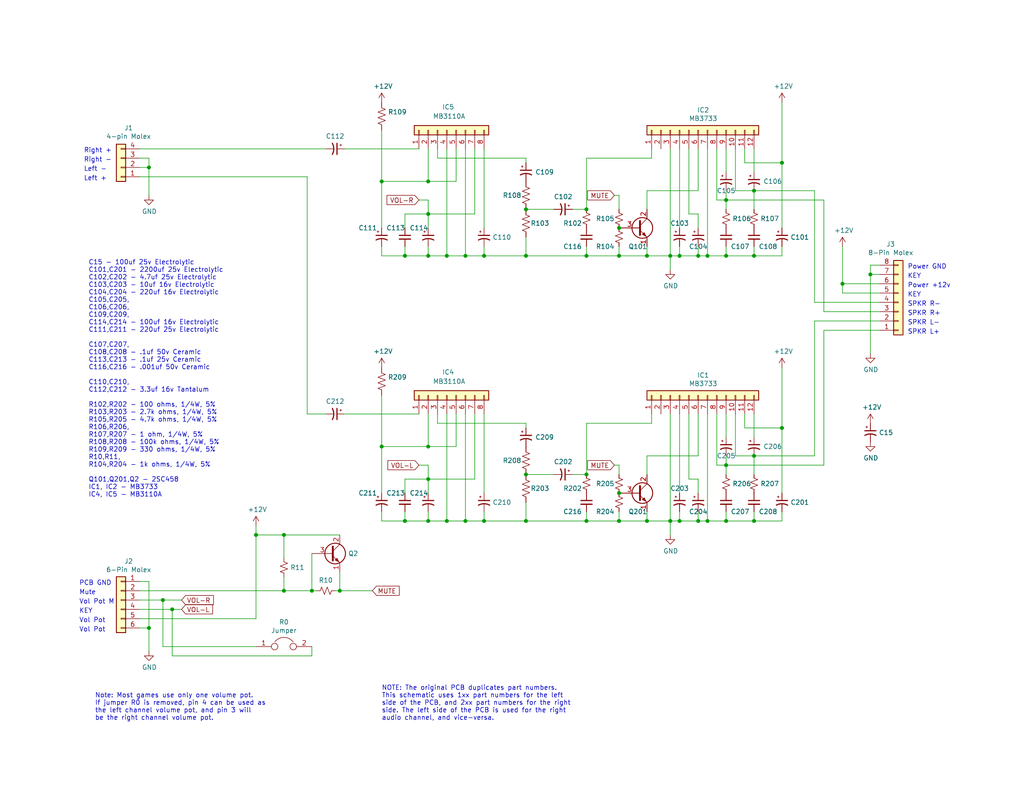
<source format=kicad_sch>
(kicad_sch (version 20231120) (generator "eeschema") (generator_version "8.0")
  (paper "USLetter")
  (title_block (title "Sega 839-0035 Amplifier") (date "2025-01-25") (rev "1.2") (company "Marc Deslauriers"))
  (lib_symbols
    (symbol "Connector_Generic:Conn_01x04" (pin_names (offset 1.016) hide)
      (property "Reference" "J" (at 0 5.08 0))
      (property "Value" "Conn_01x04" (at 0 -7.62 0))
      (symbol "Conn_01x04_1_1"
        (rectangle (start -1.27 -4.953) (end 0 -5.207) (stroke (width 0.1524)))
        (rectangle (start -1.27 -2.413) (end 0 -2.667) (stroke (width 0.1524)))
        (rectangle (start -1.27 0.127) (end 0 -0.127) (stroke (width 0.1524)))
        (rectangle (start -1.27 2.667) (end 0 2.413) (stroke (width 0.1524)))
        (rectangle (start -1.27 3.81) (end 1.27 -6.35) (stroke (width 0.254)) (fill (type background)))
        (pin passive line (at -5.08 2.54 0) (length 3.81) (name "Pin_1") (number "1"))
        (pin passive line (at -5.08 0 0) (length 3.81) (name "Pin_2") (number "2"))
        (pin passive line (at -5.08 -2.54 0) (length 3.81) (name "Pin_3") (number "3"))
        (pin passive line (at -5.08 -5.08 0) (length 3.81) (name "Pin_4") (number "4"))
      )
    )
    (symbol "Connector_Generic:Conn_01x06" (pin_names (offset 1.016) hide)
      (property "Reference" "J" (at 0 7.62 0))
      (property "Value" "Conn_01x06" (at 0 -10.16 0))
      (symbol "Conn_01x06_1_1"
        (rectangle (start -1.27 -7.493) (end 0 -7.747) (stroke (width 0.1524)))
        (rectangle (start -1.27 -4.953) (end 0 -5.207) (stroke (width 0.1524)))
        (rectangle (start -1.27 -2.413) (end 0 -2.667) (stroke (width 0.1524)))
        (rectangle (start -1.27 0.127) (end 0 -0.127) (stroke (width 0.1524)))
        (rectangle (start -1.27 2.667) (end 0 2.413) (stroke (width 0.1524)))
        (rectangle (start -1.27 5.207) (end 0 4.953) (stroke (width 0.1524)))
        (rectangle (start -1.27 6.35) (end 1.27 -8.89) (stroke (width 0.254)) (fill (type background)))
        (pin passive line (at -5.08 5.08 0) (length 3.81) (name "Pin_1") (number "1"))
        (pin passive line (at -5.08 2.54 0) (length 3.81) (name "Pin_2") (number "2"))
        (pin passive line (at -5.08 0 0) (length 3.81) (name "Pin_3") (number "3"))
        (pin passive line (at -5.08 -2.54 0) (length 3.81) (name "Pin_4") (number "4"))
        (pin passive line (at -5.08 -5.08 0) (length 3.81) (name "Pin_5") (number "5"))
        (pin passive line (at -5.08 -7.62 0) (length 3.81) (name "Pin_6") (number "6"))
      )
    )
    (symbol "Connector_Generic:Conn_01x08" (pin_names (offset 1.016) hide)
      (property "Reference" "J" (at 0 10.16 0))
      (property "Value" "Conn_01x08" (at 0 -12.7 0))
      (symbol "Conn_01x08_1_1"
        (rectangle (start -1.27 -10.033) (end 0 -10.287) (stroke (width 0.1524)))
        (rectangle (start -1.27 -7.493) (end 0 -7.747) (stroke (width 0.1524)))
        (rectangle (start -1.27 -4.953) (end 0 -5.207) (stroke (width 0.1524)))
        (rectangle (start -1.27 -2.413) (end 0 -2.667) (stroke (width 0.1524)))
        (rectangle (start -1.27 0.127) (end 0 -0.127) (stroke (width 0.1524)))
        (rectangle (start -1.27 2.667) (end 0 2.413) (stroke (width 0.1524)))
        (rectangle (start -1.27 5.207) (end 0 4.953) (stroke (width 0.1524)))
        (rectangle (start -1.27 7.747) (end 0 7.493) (stroke (width 0.1524)))
        (rectangle (start -1.27 8.89) (end 1.27 -11.43) (stroke (width 0.254)) (fill (type background)))
        (pin passive line (at -5.08 7.62 0) (length 3.81) (name "Pin_1") (number "1"))
        (pin passive line (at -5.08 5.08 0) (length 3.81) (name "Pin_2") (number "2"))
        (pin passive line (at -5.08 2.54 0) (length 3.81) (name "Pin_3") (number "3"))
        (pin passive line (at -5.08 0 0) (length 3.81) (name "Pin_4") (number "4"))
        (pin passive line (at -5.08 -2.54 0) (length 3.81) (name "Pin_5") (number "5"))
        (pin passive line (at -5.08 -5.08 0) (length 3.81) (name "Pin_6") (number "6"))
        (pin passive line (at -5.08 -7.62 0) (length 3.81) (name "Pin_7") (number "7"))
        (pin passive line (at -5.08 -10.16 0) (length 3.81) (name "Pin_8") (number "8"))
      )
    )
    (symbol "Connector_Generic:Conn_01x12" (pin_names (offset 1.016) hide)
      (property "Reference" "J" (at 0 15.24 0))
      (property "Value" "Conn_01x12" (at 0 -17.78 0))
      (symbol "Conn_01x12_1_1"
        (rectangle (start -1.27 -15.113) (end 0 -15.367) (stroke (width 0.1524)))
        (rectangle (start -1.27 -12.573) (end 0 -12.827) (stroke (width 0.1524)))
        (rectangle (start -1.27 -10.033) (end 0 -10.287) (stroke (width 0.1524)))
        (rectangle (start -1.27 -7.493) (end 0 -7.747) (stroke (width 0.1524)))
        (rectangle (start -1.27 -4.953) (end 0 -5.207) (stroke (width 0.1524)))
        (rectangle (start -1.27 -2.413) (end 0 -2.667) (stroke (width 0.1524)))
        (rectangle (start -1.27 0.127) (end 0 -0.127) (stroke (width 0.1524)))
        (rectangle (start -1.27 2.667) (end 0 2.413) (stroke (width 0.1524)))
        (rectangle (start -1.27 5.207) (end 0 4.953) (stroke (width 0.1524)))
        (rectangle (start -1.27 7.747) (end 0 7.493) (stroke (width 0.1524)))
        (rectangle (start -1.27 10.287) (end 0 10.033) (stroke (width 0.1524)))
        (rectangle (start -1.27 12.827) (end 0 12.573) (stroke (width 0.1524)))
        (rectangle (start -1.27 13.97) (end 1.27 -16.51) (stroke (width 0.254)) (fill (type background)))
        (pin passive line (at -5.08 12.7 0) (length 3.81) (name "Pin_1") (number "1"))
        (pin passive line (at -5.08 -10.16 0) (length 3.81) (name "Pin_10") (number "10"))
        (pin passive line (at -5.08 -12.7 0) (length 3.81) (name "Pin_11") (number "11"))
        (pin passive line (at -5.08 -15.24 0) (length 3.81) (name "Pin_12") (number "12"))
        (pin passive line (at -5.08 10.16 0) (length 3.81) (name "Pin_2") (number "2"))
        (pin passive line (at -5.08 7.62 0) (length 3.81) (name "Pin_3") (number "3"))
        (pin passive line (at -5.08 5.08 0) (length 3.81) (name "Pin_4") (number "4"))
        (pin passive line (at -5.08 2.54 0) (length 3.81) (name "Pin_5") (number "5"))
        (pin passive line (at -5.08 0 0) (length 3.81) (name "Pin_6") (number "6"))
        (pin passive line (at -5.08 -2.54 0) (length 3.81) (name "Pin_7") (number "7"))
        (pin passive line (at -5.08 -5.08 0) (length 3.81) (name "Pin_8") (number "8"))
        (pin passive line (at -5.08 -7.62 0) (length 3.81) (name "Pin_9") (number "9"))
      )
    )
    (symbol "Device:C_Small" (pin_numbers hide) (pin_names (offset 0.254) hide)
      (property "Reference" "C" (at 0.254 1.778 0))
      (property "Value" "C_Small" (at 0.254 -2.032 0))
      (symbol "C_Small_0_1"
        (polyline (pts (xy -1.524 -0.508) (xy 1.524 -0.508)) (stroke (width 0.3302)))
        (polyline (pts (xy -1.524 0.508) (xy 1.524 0.508)) (stroke (width 0.3048)))
      )
      (symbol "C_Small_1_1"
        (pin passive line (at 0 2.54 270) (length 2.032) (name "~") (number "1"))
        (pin passive line (at 0 -2.54 90) (length 2.032) (name "~") (number "2"))
      )
    )
    (symbol "Device:Q_NPN_ECB" (pin_names (offset 0) hide)
      (property "Reference" "Q" (at 5.08 1.27 0))
      (property "Value" "Q_NPN_ECB" (at 5.08 -1.27 0))
      (symbol "Q_NPN_ECB_0_1"
        (polyline (pts (xy 0.635 0.635) (xy 2.54 2.54)))
        (polyline (pts (xy 0.635 -0.635) (xy 2.54 -2.54) (xy 2.54 -2.54)))
        (polyline (pts (xy 0.635 1.905) (xy 0.635 -1.905) (xy 0.635 -1.905)) (stroke (width 0.508)))
        (polyline (pts (xy 1.27 -1.778) (xy 1.778 -1.27) (xy 2.286 -2.286) (xy 1.27 -1.778) (xy 1.27 -1.778)) (fill (type outline)))
        (circle (center 1.27 0) (radius 2.8194) (stroke (width 0.254)))
      )
      (symbol "Q_NPN_ECB_1_1"
        (pin passive line (at 2.54 -5.08 90) (length 2.54) (name "E") (number "1"))
        (pin passive line (at 2.54 5.08 270) (length 2.54) (name "C") (number "2"))
        (pin passive line (at -5.08 0 0) (length 5.715) (name "B") (number "3"))
      )
    )
    (symbol "Device:R_Small_US" (pin_numbers hide) (pin_names (offset 0.254) hide)
      (property "Reference" "R" (at 0.762 0.508 0))
      (property "Value" "R_Small_US" (at 0.762 -1.016 0))
      (symbol "R_Small_US_1_1"
        (polyline (pts (xy 0 0) (xy 1.016 -0.381) (xy 0 -0.762) (xy -1.016 -1.143) (xy 0 -1.524)))
        (polyline (pts (xy 0 1.524) (xy 1.016 1.143) (xy 0 0.762) (xy -1.016 0.381) (xy 0 0)))
        (pin passive line (at 0 2.54 270) (length 1.016) (name "~") (number "1"))
        (pin passive line (at 0 -2.54 90) (length 1.016) (name "~") (number "2"))
      )
    )
    (symbol "Device:R_US" (pin_numbers hide) (pin_names (offset 0))
      (property "Reference" "R" (at 2.54 0 90))
      (property "Value" "R_US" (at -2.54 0 90))
      (symbol "R_US_0_1"
        (polyline (pts (xy 0 -2.286) (xy 0 -2.54)))
        (polyline (pts (xy 0 2.286) (xy 0 2.54)))
        (polyline (pts (xy 0 -0.762) (xy 1.016 -1.143) (xy 0 -1.524) (xy -1.016 -1.905) (xy 0 -2.286)))
        (polyline (pts (xy 0 0.762) (xy 1.016 0.381) (xy 0 0) (xy -1.016 -0.381) (xy 0 -0.762)))
        (polyline (pts (xy 0 2.286) (xy 1.016 1.905) (xy 0 1.524) (xy -1.016 1.143) (xy 0 0.762)))
      )
      (symbol "R_US_1_1"
        (pin passive line (at 0 3.81 270) (length 1.27) (name "~") (number "1"))
        (pin passive line (at 0 -3.81 90) (length 1.27) (name "~") (number "2"))
      )
    )
    (symbol "sega-839-0035-amp-rescue:+12V-power" (power) (pin_names (offset 0))
      (property "Value" "power_+12V" (at 0 3.556 0))
      (symbol "+12V-power_0_1"
        (polyline (pts (xy -0.762 1.27) (xy 0 2.54)))
        (polyline (pts (xy 0 0) (xy 0 2.54)))
        (polyline (pts (xy 0 2.54) (xy 0.762 1.27)))
      )
      (symbol "+12V-power_1_1"
        (pin power_in line (at 0 0 90) (length 0) hide (name "+12V") (number "1"))
      )
    )
    (symbol "sega-839-0035-amp-rescue:CP1_Small-Device" (pin_numbers hide) (pin_names (offset 0.254) hide)
      (property "Reference" "C" (at 0.254 1.778 0))
      (property "Value" "Device_CP1_Small" (at 0.254 -2.032 0))
      (symbol "CP1_Small-Device_0_1"
        (polyline (pts (xy -1.524 0.508) (xy 1.524 0.508)) (stroke (width 0.3048)))
        (polyline (pts (xy -1.27 1.524) (xy -0.762 1.524)))
        (polyline (pts (xy -1.016 1.27) (xy -1.016 1.778)))
        (arc (start 1.524 -0.762) (mid 0 -0.3734) (end -1.524 -0.762) (stroke (width 0.3048)))
      )
      (symbol "CP1_Small-Device_1_1"
        (pin passive line (at 0 2.54 270) (length 2.032) (name "~") (number "1"))
        (pin passive line (at 0 -2.54 90) (length 2.032) (name "~") (number "2"))
      )
    )
    (symbol "sega-839-0035-amp-rescue:GND-power" (power) (pin_names (offset 0))
      (property "Value" "power_GND" (at 0 -3.81 0))
      (symbol "GND-power_0_1"
        (polyline (pts (xy 0 0) (xy 0 -1.27) (xy 1.27 -1.27) (xy 0 -2.54) (xy -1.27 -1.27) (xy 0 -1.27)))
      )
      (symbol "GND-power_1_1"
        (pin power_in line (at 0 0 270) (length 0) hide (name "GND") (number "1"))
      )
    )
    (symbol "sega-839-0035-amp-rescue:Jumper-Device" (pin_names (offset 0.762) hide)
      (property "Reference" "JP" (at 0 3.81 0))
      (property "Value" "Device_Jumper" (at 0 -2.032 0))
      (symbol "Jumper-Device_0_1"
        (circle (center -2.54 0) (radius 0.889))
        (arc (start 2.5146 1.27) (mid 0.0078 2.5097) (end -2.4892 1.27))
        (circle (center 2.54 0) (radius 0.889))
        (pin passive line (at -7.62 0 0) (length 4.191) (name "1") (number "1"))
        (pin passive line (at 7.62 0 180) (length 4.191) (name "2") (number "2"))
      )
    )
  )
  (junction (at 213.36 44.45))
  (junction (at 116.84 130.81))
  (junction (at 185.42 69.85))
  (junction (at 127 142.24))
  (junction (at 198.12 69.85))
  (junction (at 185.42 142.24))
  (junction (at 127 69.85))
  (junction (at 132.08 142.24))
  (junction (at 205.74 52.07))
  (junction (at 168.91 142.24))
  (junction (at 176.53 69.85))
  (junction (at 44.45 163.83))
  (junction (at 160.02 129.54))
  (junction (at 198.12 127))
  (junction (at 182.88 142.24))
  (junction (at 205.74 124.46))
  (junction (at 190.5 69.85))
  (junction (at 143.51 142.24))
  (junction (at 237.49 74.93))
  (junction (at 143.51 69.85))
  (junction (at 168.91 134.62))
  (junction (at 121.92 69.85))
  (junction (at 85.09 161.29))
  (junction (at 116.84 69.85))
  (junction (at 69.85 146.05))
  (junction (at 193.04 142.24))
  (junction (at 176.53 142.24))
  (junction (at 46.99 166.37))
  (junction (at 190.5 142.24))
  (junction (at 116.84 49.53))
  (junction (at 77.47 161.29))
  (junction (at 213.36 116.84))
  (junction (at 116.84 58.42))
  (junction (at 121.92 142.24))
  (junction (at 116.84 121.92))
  (junction (at 160.02 142.24))
  (junction (at 40.64 45.72))
  (junction (at 182.88 69.85))
  (junction (at 77.47 146.05))
  (junction (at 198.12 142.24))
  (junction (at 143.51 57.15))
  (junction (at 229.87 77.47))
  (junction (at 168.91 69.85))
  (junction (at 193.04 69.85))
  (junction (at 132.08 69.85))
  (junction (at 40.64 171.45))
  (junction (at 198.12 54.61))
  (junction (at 205.74 69.85))
  (junction (at 110.49 69.85))
  (junction (at 143.51 129.54))
  (junction (at 168.91 62.23))
  (junction (at 160.02 69.85))
  (junction (at 104.14 121.92))
  (junction (at 110.49 142.24))
  (junction (at 116.84 142.24))
  (junction (at 104.14 49.53))
  (junction (at 205.74 142.24))
  (junction (at 160.02 57.15))
  (junction (at 92.71 161.29))
  (wire (pts (xy 198.12 40.64) (xy 198.12 46.99)))
  (wire (pts (xy 119.38 40.64) (xy 119.38 43.18)))
  (wire (pts (xy 38.1 158.75) (xy 40.64 158.75)))
  (wire (pts (xy 213.36 139.7) (xy 213.36 142.24)))
  (wire (pts (xy 203.2 44.45) (xy 213.36 44.45)))
  (wire (pts (xy 92.71 161.29) (xy 91.44 161.29)))
  (wire (pts (xy 40.64 171.45) (xy 40.64 177.8)))
  (wire (pts (xy 110.49 130.81) (xy 116.84 130.81)))
  (wire (pts (xy 132.08 67.31) (xy 132.08 69.85)))
  (wire (pts (xy 222.25 52.07) (xy 222.25 82.55)))
  (wire (pts (xy 190.5 113.03) (xy 190.5 124.46)))
  (wire (pts (xy 185.42 113.03) (xy 185.42 134.62)))
  (wire (pts (xy 83.82 48.26) (xy 83.82 113.03)))
  (wire (pts (xy 116.84 130.81) (xy 129.54 130.81)))
  (wire (pts (xy 143.51 57.15) (xy 151.13 57.15)))
  (wire (pts (xy 119.38 43.18) (xy 143.51 43.18)))
  (wire (pts (xy 116.84 69.85) (xy 121.92 69.85)))
  (wire (pts (xy 205.74 142.24) (xy 198.12 142.24)))
  (wire (pts (xy 44.45 176.53) (xy 69.85 176.53)))
  (wire (pts (xy 190.5 58.42) (xy 190.5 62.23)))
  (wire (pts (xy 213.36 100.33) (xy 213.36 116.84)))
  (wire (pts (xy 177.8 43.18) (xy 160.02 43.18)))
  (wire (pts (xy 85.09 179.07) (xy 85.09 176.53)))
  (wire (pts (xy 213.36 67.31) (xy 213.36 69.85)))
  (wire (pts (xy 205.74 52.07) (xy 222.25 52.07)))
  (wire (pts (xy 160.02 139.7) (xy 160.02 142.24)))
  (wire (pts (xy 224.79 85.09) (xy 240.03 85.09)))
  (wire (pts (xy 104.14 35.56) (xy 104.14 49.53)))
  (wire (pts (xy 229.87 77.47) (xy 229.87 67.31)))
  (wire (pts (xy 92.71 161.29) (xy 101.6 161.29)))
  (wire (pts (xy 40.64 45.72) (xy 38.1 45.72)))
  (wire (pts (xy 213.36 44.45) (xy 213.36 62.23)))
  (wire (pts (xy 38.1 40.64) (xy 88.9 40.64)))
  (wire (pts (xy 132.08 40.64) (xy 132.08 62.23)))
  (wire (pts (xy 205.74 139.7) (xy 205.74 142.24)))
  (wire (pts (xy 49.53 166.37) (xy 46.99 166.37)))
  (wire (pts (xy 195.58 127) (xy 198.12 127)))
  (wire (pts (xy 46.99 179.07) (xy 85.09 179.07)))
  (wire (pts (xy 240.03 72.39) (xy 237.49 72.39)))
  (wire (pts (xy 116.84 67.31) (xy 116.84 69.85)))
  (wire (pts (xy 198.12 139.7) (xy 198.12 142.24)))
  (wire (pts (xy 168.91 69.85) (xy 176.53 69.85)))
  (wire (pts (xy 127 113.03) (xy 127 142.24)))
  (wire (pts (xy 156.21 129.54) (xy 160.02 129.54)))
  (wire (pts (xy 93.98 113.03) (xy 114.3 113.03)))
  (wire (pts (xy 185.42 67.31) (xy 185.42 69.85)))
  (wire (pts (xy 85.09 161.29) (xy 86.36 161.29)))
  (wire (pts (xy 198.12 142.24) (xy 193.04 142.24)))
  (wire (pts (xy 143.51 129.54) (xy 151.13 129.54)))
  (wire (pts (xy 119.38 115.57) (xy 143.51 115.57)))
  (wire (pts (xy 168.91 129.54) (xy 168.91 127)))
  (wire (pts (xy 177.8 113.03) (xy 177.8 115.57)))
  (wire (pts (xy 240.03 74.93) (xy 237.49 74.93)))
  (wire (pts (xy 127 69.85) (xy 132.08 69.85)))
  (wire (pts (xy 200.66 52.07) (xy 205.74 52.07)))
  (wire (pts (xy 205.74 69.85) (xy 198.12 69.85)))
  (wire (pts (xy 190.5 40.64) (xy 190.5 52.07)))
  (wire (pts (xy 176.53 129.54) (xy 176.53 124.46)))
  (wire (pts (xy 69.85 143.51) (xy 69.85 146.05)))
  (wire (pts (xy 110.49 139.7) (xy 110.49 142.24)))
  (wire (pts (xy 44.45 163.83) (xy 38.1 163.83)))
  (wire (pts (xy 38.1 168.91) (xy 69.85 168.91)))
  (wire (pts (xy 193.04 40.64) (xy 193.04 69.85)))
  (wire (pts (xy 187.96 130.81) (xy 187.96 113.03)))
  (wire (pts (xy 121.92 113.03) (xy 121.92 142.24)))
  (wire (pts (xy 190.5 58.42) (xy 187.96 58.42)))
  (wire (pts (xy 143.51 137.16) (xy 143.51 142.24)))
  (wire (pts (xy 110.49 134.62) (xy 110.49 130.81)))
  (wire (pts (xy 195.58 54.61) (xy 198.12 54.61)))
  (wire (pts (xy 185.42 139.7) (xy 185.42 142.24)))
  (wire (pts (xy 104.14 121.92) (xy 104.14 134.62)))
  (wire (pts (xy 104.14 69.85) (xy 104.14 67.31)))
  (wire (pts (xy 182.88 142.24) (xy 185.42 142.24)))
  (wire (pts (xy 160.02 67.31) (xy 160.02 69.85)))
  (wire (pts (xy 110.49 62.23) (xy 110.49 58.42)))
  (wire (pts (xy 193.04 113.03) (xy 193.04 142.24)))
  (wire (pts (xy 114.3 127) (xy 116.84 127)))
  (wire (pts (xy 116.84 121.92) (xy 104.14 121.92)))
  (wire (pts (xy 40.64 45.72) (xy 40.64 53.34)))
  (wire (pts (xy 203.2 40.64) (xy 203.2 44.45)))
  (wire (pts (xy 176.53 57.15) (xy 176.53 52.07)))
  (wire (pts (xy 119.38 113.03) (xy 119.38 115.57)))
  (wire (pts (xy 193.04 69.85) (xy 190.5 69.85)))
  (wire (pts (xy 124.46 121.92) (xy 116.84 121.92)))
  (wire (pts (xy 168.91 57.15) (xy 168.91 53.34)))
  (wire (pts (xy 156.21 57.15) (xy 160.02 57.15)))
  (wire (pts (xy 182.88 113.03) (xy 182.88 142.24)))
  (wire (pts (xy 177.8 40.64) (xy 177.8 43.18)))
  (wire (pts (xy 185.42 40.64) (xy 185.42 62.23)))
  (wire (pts (xy 168.91 142.24) (xy 176.53 142.24)))
  (wire (pts (xy 160.02 69.85) (xy 168.91 69.85)))
  (wire (pts (xy 222.25 82.55) (xy 240.03 82.55)))
  (wire (pts (xy 116.84 134.62) (xy 116.84 130.81)))
  (wire (pts (xy 160.02 142.24) (xy 168.91 142.24)))
  (wire (pts (xy 77.47 157.48) (xy 77.47 161.29)))
  (wire (pts (xy 116.84 58.42) (xy 129.54 58.42)))
  (wire (pts (xy 182.88 142.24) (xy 182.88 146.05)))
  (wire (pts (xy 46.99 166.37) (xy 38.1 166.37)))
  (wire (pts (xy 127 40.64) (xy 127 69.85)))
  (wire (pts (xy 224.79 90.17) (xy 240.03 90.17)))
  (wire (pts (xy 176.53 139.7) (xy 176.53 142.24)))
  (wire (pts (xy 77.47 161.29) (xy 85.09 161.29)))
  (wire (pts (xy 121.92 142.24) (xy 127 142.24)))
  (wire (pts (xy 93.98 40.64) (xy 114.3 40.64)))
  (wire (pts (xy 168.91 139.7) (xy 168.91 142.24)))
  (wire (pts (xy 132.08 139.7) (xy 132.08 142.24)))
  (wire (pts (xy 213.36 116.84) (xy 213.36 134.62)))
  (wire (pts (xy 124.46 113.03) (xy 124.46 121.92)))
  (wire (pts (xy 190.5 142.24) (xy 185.42 142.24)))
  (wire (pts (xy 124.46 49.53) (xy 116.84 49.53)))
  (wire (pts (xy 38.1 43.18) (xy 40.64 43.18)))
  (wire (pts (xy 224.79 54.61) (xy 224.79 85.09)))
  (wire (pts (xy 205.74 113.03) (xy 205.74 119.38)))
  (wire (pts (xy 182.88 40.64) (xy 182.88 69.85)))
  (wire (pts (xy 205.74 52.07) (xy 205.74 57.15)))
  (wire (pts (xy 190.5 130.81) (xy 187.96 130.81)))
  (wire (pts (xy 200.66 113.03) (xy 200.66 124.46)))
  (wire (pts (xy 200.66 40.64) (xy 200.66 52.07)))
  (wire (pts (xy 203.2 113.03) (xy 203.2 116.84)))
  (wire (pts (xy 198.12 54.61) (xy 224.79 54.61)))
  (wire (pts (xy 143.51 64.77) (xy 143.51 69.85)))
  (wire (pts (xy 116.84 113.03) (xy 116.84 121.92)))
  (wire (pts (xy 195.58 113.03) (xy 195.58 127)))
  (wire (pts (xy 160.02 115.57) (xy 160.02 129.54)))
  (wire (pts (xy 193.04 142.24) (xy 190.5 142.24)))
  (wire (pts (xy 85.09 161.29) (xy 85.09 151.13)))
  (wire (pts (xy 124.46 40.64) (xy 124.46 49.53)))
  (wire (pts (xy 143.51 115.57) (xy 143.51 116.84)))
  (wire (pts (xy 222.25 87.63) (xy 240.03 87.63)))
  (wire (pts (xy 198.12 54.61) (xy 198.12 57.15)))
  (wire (pts (xy 104.14 107.95) (xy 104.14 121.92)))
  (wire (pts (xy 198.12 67.31) (xy 198.12 69.85)))
  (wire (pts (xy 46.99 166.37) (xy 46.99 179.07)))
  (wire (pts (xy 104.14 49.53) (xy 104.14 62.23)))
  (wire (pts (xy 168.91 67.31) (xy 168.91 69.85)))
  (wire (pts (xy 182.88 69.85) (xy 182.88 73.66)))
  (wire (pts (xy 237.49 74.93) (xy 237.49 96.52)))
  (wire (pts (xy 38.1 171.45) (xy 40.64 171.45)))
  (wire (pts (xy 110.49 58.42) (xy 116.84 58.42)))
  (wire (pts (xy 190.5 67.31) (xy 190.5 69.85)))
  (wire (pts (xy 38.1 48.26) (xy 83.82 48.26)))
  (wire (pts (xy 116.84 139.7) (xy 116.84 142.24)))
  (wire (pts (xy 200.66 124.46) (xy 205.74 124.46)))
  (wire (pts (xy 114.3 54.61) (xy 116.84 54.61)))
  (wire (pts (xy 213.36 27.94) (xy 213.36 44.45)))
  (wire (pts (xy 129.54 113.03) (xy 129.54 130.81)))
  (wire (pts (xy 240.03 77.47) (xy 229.87 77.47)))
  (wire (pts (xy 116.84 142.24) (xy 121.92 142.24)))
  (wire (pts (xy 116.84 127) (xy 116.84 130.81)))
  (wire (pts (xy 190.5 139.7) (xy 190.5 142.24)))
  (wire (pts (xy 69.85 146.05) (xy 69.85 168.91)))
  (wire (pts (xy 176.53 67.31) (xy 176.53 69.85)))
  (wire (pts (xy 44.45 163.83) (xy 44.45 176.53)))
  (wire (pts (xy 213.36 142.24) (xy 205.74 142.24)))
  (wire (pts (xy 116.84 40.64) (xy 116.84 49.53)))
  (wire (pts (xy 168.91 127) (xy 167.64 127)))
  (wire (pts (xy 229.87 80.01) (xy 229.87 77.47)))
  (wire (pts (xy 132.08 113.03) (xy 132.08 134.62)))
  (wire (pts (xy 198.12 52.07) (xy 198.12 54.61)))
  (wire (pts (xy 160.02 43.18) (xy 160.02 57.15)))
  (wire (pts (xy 143.51 69.85) (xy 132.08 69.85)))
  (wire (pts (xy 143.51 142.24) (xy 160.02 142.24)))
  (wire (pts (xy 129.54 40.64) (xy 129.54 58.42)))
  (wire (pts (xy 224.79 90.17) (xy 224.79 127)))
  (wire (pts (xy 237.49 72.39) (xy 237.49 74.93)))
  (wire (pts (xy 116.84 54.61) (xy 116.84 58.42)))
  (wire (pts (xy 83.82 113.03) (xy 88.9 113.03)))
  (wire (pts (xy 38.1 161.29) (xy 77.47 161.29)))
  (wire (pts (xy 143.51 69.85) (xy 160.02 69.85)))
  (wire (pts (xy 168.91 53.34) (xy 167.64 53.34)))
  (wire (pts (xy 77.47 146.05) (xy 69.85 146.05)))
  (wire (pts (xy 40.64 158.75) (xy 40.64 171.45)))
  (wire (pts (xy 143.51 142.24) (xy 132.08 142.24)))
  (wire (pts (xy 143.51 43.18) (xy 143.51 44.45)))
  (wire (pts (xy 195.58 40.64) (xy 195.58 54.61)))
  (wire (pts (xy 116.84 62.23) (xy 116.84 58.42)))
  (wire (pts (xy 121.92 69.85) (xy 127 69.85)))
  (wire (pts (xy 198.12 127) (xy 198.12 129.54)))
  (wire (pts (xy 240.03 80.01) (xy 229.87 80.01)))
  (wire (pts (xy 198.12 69.85) (xy 193.04 69.85)))
  (wire (pts (xy 198.12 124.46) (xy 198.12 127)))
  (wire (pts (xy 190.5 69.85) (xy 185.42 69.85)))
  (wire (pts (xy 110.49 142.24) (xy 104.14 142.24)))
  (wire (pts (xy 40.64 43.18) (xy 40.64 45.72)))
  (wire (pts (xy 116.84 49.53) (xy 104.14 49.53)))
  (wire (pts (xy 110.49 142.24) (xy 116.84 142.24)))
  (wire (pts (xy 176.53 69.85) (xy 182.88 69.85)))
  (wire (pts (xy 110.49 69.85) (xy 104.14 69.85)))
  (wire (pts (xy 213.36 69.85) (xy 205.74 69.85)))
  (wire (pts (xy 110.49 69.85) (xy 116.84 69.85)))
  (wire (pts (xy 127 142.24) (xy 132.08 142.24)))
  (wire (pts (xy 205.74 124.46) (xy 222.25 124.46)))
  (wire (pts (xy 177.8 115.57) (xy 160.02 115.57)))
  (wire (pts (xy 205.74 124.46) (xy 205.74 129.54)))
  (wire (pts (xy 104.14 142.24) (xy 104.14 139.7)))
  (wire (pts (xy 198.12 113.03) (xy 198.12 119.38)))
  (wire (pts (xy 77.47 152.4) (xy 77.47 146.05)))
  (wire (pts (xy 176.53 142.24) (xy 182.88 142.24)))
  (wire (pts (xy 176.53 124.46) (xy 190.5 124.46)))
  (wire (pts (xy 222.25 124.46) (xy 222.25 87.63)))
  (wire (pts (xy 187.96 58.42) (xy 187.96 40.64)))
  (wire (pts (xy 121.92 40.64) (xy 121.92 69.85)))
  (wire (pts (xy 92.71 156.21) (xy 92.71 161.29)))
  (wire (pts (xy 224.79 127) (xy 198.12 127)))
  (wire (pts (xy 205.74 67.31) (xy 205.74 69.85)))
  (wire (pts (xy 92.71 146.05) (xy 77.47 146.05)))
  (wire (pts (xy 49.53 163.83) (xy 44.45 163.83)))
  (wire (pts (xy 110.49 67.31) (xy 110.49 69.85)))
  (wire (pts (xy 205.74 40.64) (xy 205.74 46.99)))
  (wire (pts (xy 182.88 69.85) (xy 185.42 69.85)))
  (wire (pts (xy 190.5 130.81) (xy 190.5 134.62)))
  (wire (pts (xy 203.2 116.84) (xy 213.36 116.84)))
  (wire (pts (xy 176.53 52.07) (xy 190.5 52.07)))
  (text "Right -" (at 22.86 44.45 0) (effects (font (size 1.27 1.27)) (justify left bottom)))
  (text "Vol Pot" (at 21.59 170.18 0) (effects (font (size 1.27 1.27)) (justify left bottom)))
  (text "Note: Most games use only one volume pot.\nIf jumper R0 is removed, pin 4 can be used as\nthe left channel volume pot, and pin 3 will\nbe the right channel volume pot." (at 25.908 193.04 0) (effects (font (size 1.27 1.27)) (justify left)))
  (text "Vol Pot" (at 21.59 172.72 0) (effects (font (size 1.27 1.27)) (justify left bottom)))
  (text "SPKR R+" (at 247.65 86.36 0) (effects (font (size 1.27 1.27)) (justify left bottom)))
  (text "PCB GND" (at 21.59 160.02 0) (effects (font (size 1.27 1.27)) (justify left bottom)))
  (text "NOTE: The original PCB duplicates part numbers.\nThis schematic uses 1xx part numbers for the left\nside of the PCB, and 2xx part numbers for the right\nside. The left side of the PCB is used for the right\naudio channel, and vice-versa." (at 104.14 196.85 0) (effects (font (size 1.27 1.27)) (justify left bottom)))
  (text "SPKR L+" (at 247.65 91.44 0) (effects (font (size 1.27 1.27)) (justify left bottom)))
  (text "Left -" (at 22.86 46.99 0) (effects (font (size 1.27 1.27)) (justify left bottom)))
  (text "Left +" (at 22.86 49.53 0) (effects (font (size 1.27 1.27)) (justify left bottom)))
  (text "Power GND" (at 247.65 73.66 0) (effects (font (size 1.27 1.27)) (justify left bottom)))
  (text "Power +12v" (at 247.65 78.74 0) (effects (font (size 1.27 1.27)) (justify left bottom)))
  (text "C15 - 100uf 25v Electrolytic\nC101,C201 - 2200uf 25v Electrolytic\nC102,C202 - 4.7uf 25v Electrolytic\nC103,C203 - 10uf 16v Electrolytic\nC104,C204 - 220uf 16v Electrolytic\nC105,C205,\nC106,C206,\nC109,C209,\nC114,C214 - 100uf 16v Electrolytic\nC111,C211 - 220uf 25v Electrolytic\n\nC107,C207,\nC108,C208 - .1uf 50v Ceramic\nC113,C213 - .1uf 25v Ceramic\nC116,C216 - .001uf 50v Ceramic\n\nC110,C210,\nC112,C212 - 3.3uf 16v Tantalum\n\nR102,R202 - 100 ohms, 1/4W, 5%\nR103,R203 - 2.7k ohms, 1/4W, 5%\nR105,R205 - 4.7k ohms, 1/4W, 5%\nR106,R206,\nR107,R207 - 1 ohm, 1/4W, 5%\nR108,R208 - 100k ohms, 1/4W, 5%\nR109,R209 - 330 ohms, 1/4W, 5%\nR10,R11,\nR104,R204 - 1k ohms, 1/4W, 5%\n\nQ101,Q201,Q2 - 2SC458\nIC1, IC2 - MB3733\nIC4, IC5 - MB3110A" (at 24.13 135.89 0) (effects (font (size 1.27 1.27)) (justify left bottom)))
  (text "KEY" (at 247.65 76.2 0) (effects (font (size 1.27 1.27)) (justify left bottom)))
  (text "Right +" (at 22.86 41.91 0) (effects (font (size 1.27 1.27)) (justify left bottom)))
  (text "KEY" (at 21.59 167.64 0) (effects (font (size 1.27 1.27)) (justify left bottom)))
  (text "SPKR R-" (at 247.65 83.82 0) (effects (font (size 1.27 1.27)) (justify left bottom)))
  (text "Mute" (at 21.59 162.56 0) (effects (font (size 1.27 1.27)) (justify left bottom)))
  (text "KEY" (at 247.65 81.28 0) (effects (font (size 1.27 1.27)) (justify left bottom)))
  (text "SPKR L-" (at 247.65 88.9 0) (effects (font (size 1.27 1.27)) (justify left bottom)))
  (text "Vol Pot M" (at 21.59 165.1 0) (effects (font (size 1.27 1.27)) (justify left bottom)))
  (global_label "MUTE" (shape input) (at 167.64 127 180) (property "Intersheetrefs" "${INTERSHEET_REFS}" (effects (hide yes))))
  (global_label "VOL-L" (shape input) (at 114.3 127 180) (property "Intersheetrefs" "${INTERSHEET_REFS}" (effects (hide yes))))
  (global_label "VOL-R" (shape input) (at 49.53 163.83 0) (property "Intersheetrefs" "${INTERSHEET_REFS}" (effects (hide yes))))
  (global_label "MUTE" (shape input) (at 101.6 161.29 0) (property "Intersheetrefs" "${INTERSHEET_REFS}" (effects (hide yes))))
  (global_label "MUTE" (shape input) (at 167.64 53.34 180) (property "Intersheetrefs" "${INTERSHEET_REFS}" (effects (hide yes))))
  (global_label "VOL-R" (shape input) (at 114.3 54.61 180) (property "Intersheetrefs" "${INTERSHEET_REFS}" (effects (hide yes))))
  (global_label "VOL-L" (shape input) (at 49.53 166.37 0) (property "Intersheetrefs" "${INTERSHEET_REFS}" (effects (hide yes))))
  (symbol (lib_id "Connector_Generic:Conn_01x08") (at 121.92 35.56 90) (unit 1)
    (property "Reference" "IC5" (at 120.65 29.21 90) (effects (justify right)))
    (property "Value" "MB3110A" (at 118.11 31.75 90) (effects (justify right)))
  )
  (symbol (lib_id "Connector_Generic:Conn_01x12") (at 190.5 35.56 90) (unit 1)
    (property "Reference" "IC2" (at 191.8716 30.0482 90))
    (property "Value" "MB3733" (at 191.8716 32.3596 90))
  )
  (symbol (lib_id "sega-839-0035-amp-rescue:CP1_Small-Device") (at 143.51 46.99 0) (unit 1)
    (property "Reference" "C109" (at 146.05 46.99 0) (effects (justify left)))
    (property "Value" "CP1_Small" (effects (hide yes)))
  )
  (symbol (lib_id "Device:R_US") (at 143.51 53.34 0) (unit 1)
    (property "Reference" "R108" (at 137.16 53.34 0) (effects (justify left)))
    (property "Value" "R_US" (effects (hide yes)))
  )
  (symbol (lib_id "Device:R_US") (at 143.51 60.96 0) (unit 1)
    (property "Reference" "R103" (at 144.78 60.96 0) (effects (justify left)))
    (property "Value" "R_US" (effects (hide yes)))
  )
  (symbol (lib_id "Device:R_US") (at 104.14 31.75 0) (unit 1)
    (property "Reference" "R109" (at 105.8672 30.5816 0) (effects (justify left)))
    (property "Value" "R_US" (effects (hide yes)))
  )
  (symbol (lib_id "sega-839-0035-amp-rescue:+12V-power") (at 104.14 27.94 0) (unit 1)
    (property "Reference" "#PWR?" (effects (hide yes)))
    (property "Value" "+12V" (at 104.521 23.5458 0))
  )
  (symbol (lib_id "sega-839-0035-amp-rescue:CP1_Small-Device") (at 104.14 64.77 0) (unit 1)
    (property "Reference" "C111" (at 97.79 62.23 0) (effects (justify left)))
    (property "Value" "CP1_Small" (effects (hide yes)))
  )
  (symbol (lib_id "sega-839-0035-amp-rescue:CP1_Small-Device") (at 153.67 57.15 270) (unit 1)
    (property "Reference" "C102" (at 153.67 53.6956 90))
    (property "Value" "CP1_Small" (effects (hide yes)))
  )
  (symbol (lib_id "Device:R_Small_US") (at 160.02 59.69 0) (unit 1)
    (property "Reference" "R102" (at 153.67 60.96 0) (effects (justify left)))
    (property "Value" "R_Small_US" (effects (hide yes)))
  )
  (symbol (lib_id "Device:C_Small") (at 160.02 64.77 0) (unit 1)
    (property "Reference" "C116" (at 153.67 67.31 0) (effects (justify left)))
    (property "Value" "C_Small" (effects (hide yes)))
  )
  (symbol (lib_id "Device:C_Small") (at 110.49 64.77 0) (unit 1)
    (property "Reference" "C113" (at 105.41 62.23 0) (effects (justify left)))
    (property "Value" "C_Small" (effects (hide yes)))
  )
  (symbol (lib_id "sega-839-0035-amp-rescue:CP1_Small-Device") (at 116.84 64.77 0) (unit 1)
    (property "Reference" "C114" (at 111.76 62.23 0) (effects (justify left)))
    (property "Value" "CP1_Small" (effects (hide yes)))
  )
  (symbol (lib_id "sega-839-0035-amp-rescue:GND-power") (at 182.88 73.66 0) (unit 1)
    (property "Reference" "#PWR?" (effects (hide yes)))
    (property "Value" "GND" (at 183.007 78.0542 0))
  )
  (symbol (lib_id "sega-839-0035-amp-rescue:CP1_Small-Device") (at 185.42 64.77 0) (unit 1)
    (property "Reference" "C103" (at 182.88 60.96 0) (effects (justify left)))
    (property "Value" "CP1_Small" (effects (hide yes)))
  )
  (symbol (lib_id "sega-839-0035-amp-rescue:CP1_Small-Device") (at 190.5 64.77 0) (unit 1)
    (property "Reference" "C104" (at 187.96 67.31 0) (effects (justify left)))
    (property "Value" "CP1_Small" (effects (hide yes)))
  )
  (symbol (lib_id "Device:R_Small_US") (at 198.12 59.69 0) (unit 1)
    (property "Reference" "R106" (at 199.8472 59.69 0) (effects (justify left)))
    (property "Value" "R_Small_US" (effects (hide yes)))
  )
  (symbol (lib_id "Device:C_Small") (at 198.12 64.77 0) (unit 1)
    (property "Reference" "C107" (at 199.39 67.31 0) (effects (justify left)))
    (property "Value" "C_Small" (effects (hide yes)))
  )
  (symbol (lib_id "sega-839-0035-amp-rescue:CP1_Small-Device") (at 198.12 49.53 0) (unit 1)
    (property "Reference" "C105" (at 195.58 52.07 0) (effects (justify left)))
    (property "Value" "CP1_Small" (effects (hide yes)))
  )
  (symbol (lib_id "Device:R_Small_US") (at 205.74 59.69 0) (unit 1)
    (property "Reference" "R107" (at 207.4672 59.69 0) (effects (justify left)))
    (property "Value" "R_Small_US" (effects (hide yes)))
  )
  (symbol (lib_id "Device:C_Small") (at 205.74 64.77 0) (unit 1)
    (property "Reference" "C108" (at 207.01 67.31 0) (effects (justify left)))
    (property "Value" "C_Small" (effects (hide yes)))
  )
  (symbol (lib_id "sega-839-0035-amp-rescue:CP1_Small-Device") (at 205.74 49.53 0) (unit 1)
    (property "Reference" "C106" (at 208.28 49.53 0) (effects (justify left)))
    (property "Value" "CP1_Small" (effects (hide yes)))
  )
  (symbol (lib_id "sega-839-0035-amp-rescue:+12V-power") (at 213.36 27.94 0) (unit 1)
    (property "Reference" "#PWR?" (effects (hide yes)))
    (property "Value" "+12V" (at 213.741 23.5458 0))
  )
  (symbol (lib_id "sega-839-0035-amp-rescue:CP1_Small-Device") (at 213.36 64.77 0) (unit 1)
    (property "Reference" "C101" (at 215.6714 64.77 0) (effects (justify left)))
    (property "Value" "CP1_Small" (effects (hide yes)))
  )
  (symbol (lib_id "sega-839-0035-amp-rescue:CP1_Small-Device") (at 91.44 113.03 270) (unit 1)
    (property "Reference" "C212" (at 91.44 109.5756 90))
    (property "Value" "CP1_Small" (effects (hide yes)))
  )
  (symbol (lib_id "sega-839-0035-amp-rescue:CP1_Small-Device") (at 91.44 40.64 270) (unit 1)
    (property "Reference" "C112" (at 91.44 37.1856 90))
    (property "Value" "CP1_Small" (effects (hide yes)))
  )
  (symbol (lib_id "sega-839-0035-amp-rescue:CP1_Small-Device") (at 132.08 64.77 0) (unit 1)
    (property "Reference" "C110" (at 134.3914 64.77 0) (effects (justify left)))
    (property "Value" "CP1_Small" (effects (hide yes)))
  )
  (symbol (lib_id "Device:Q_NPN_ECB") (at 173.99 62.23 0) (unit 1)
    (property "Reference" "Q101" (at 171.45 67.31 0) (effects (justify left)))
    (property "Value" "2SC458" (effects (hide yes)))
  )
  (symbol (lib_id "Device:R_Small_US") (at 168.91 64.77 0) (unit 1)
    (property "Reference" "R104" (at 162.56 67.31 0) (effects (justify left)))
    (property "Value" "R_Small_US" (effects (hide yes)))
  )
  (symbol (lib_id "Device:R_Small_US") (at 168.91 59.69 0) (unit 1)
    (property "Reference" "R105" (at 162.56 59.69 0) (effects (justify left)))
    (property "Value" "R_Small_US" (effects (hide yes)))
  )
  (symbol (lib_id "sega-839-0035-amp-rescue:CP1_Small-Device") (at 132.08 137.16 0) (unit 1)
    (property "Reference" "C210" (at 134.3914 137.16 0) (effects (justify left)))
    (property "Value" "CP1_Small" (effects (hide yes)))
  )
  (symbol (lib_id "Connector_Generic:Conn_01x08") (at 121.92 107.95 90) (unit 1)
    (property "Reference" "IC4" (at 120.65 101.6 90) (effects (justify right)))
    (property "Value" "MB3110A" (at 118.11 104.14 90) (effects (justify right)))
  )
  (symbol (lib_id "Connector_Generic:Conn_01x12") (at 190.5 107.95 90) (unit 1)
    (property "Reference" "IC1" (at 191.8716 102.4382 90))
    (property "Value" "MB3733" (at 191.8716 104.7496 90))
  )
  (symbol (lib_id "sega-839-0035-amp-rescue:CP1_Small-Device") (at 143.51 119.38 0) (unit 1)
    (property "Reference" "C209" (at 146.05 119.38 0) (effects (justify left)))
    (property "Value" "CP1_Small" (effects (hide yes)))
  )
  (symbol (lib_id "Device:R_US") (at 143.51 125.73 0) (unit 1)
    (property "Reference" "R208" (at 137.16 125.73 0) (effects (justify left)))
    (property "Value" "R_US" (effects (hide yes)))
  )
  (symbol (lib_id "Device:R_US") (at 143.51 133.35 0) (unit 1)
    (property "Reference" "R203" (at 144.78 133.35 0) (effects (justify left)))
    (property "Value" "R_US" (effects (hide yes)))
  )
  (symbol (lib_id "Device:R_US") (at 104.14 104.14 0) (unit 1)
    (property "Reference" "R209" (at 105.8672 102.9716 0) (effects (justify left)))
    (property "Value" "R_US" (effects (hide yes)))
  )
  (symbol (lib_id "sega-839-0035-amp-rescue:+12V-power") (at 104.14 100.33 0) (unit 1)
    (property "Reference" "#PWR?" (effects (hide yes)))
    (property "Value" "+12V" (at 104.521 95.9358 0))
  )
  (symbol (lib_id "sega-839-0035-amp-rescue:CP1_Small-Device") (at 104.14 137.16 0) (unit 1)
    (property "Reference" "C211" (at 97.79 134.62 0) (effects (justify left)))
    (property "Value" "CP1_Small" (effects (hide yes)))
  )
  (symbol (lib_id "Device:C_Small") (at 110.49 137.16 0) (unit 1)
    (property "Reference" "C213" (at 105.41 134.62 0) (effects (justify left)))
    (property "Value" "C_Small" (effects (hide yes)))
  )
  (symbol (lib_id "sega-839-0035-amp-rescue:CP1_Small-Device") (at 116.84 137.16 0) (unit 1)
    (property "Reference" "C214" (at 111.76 134.62 0) (effects (justify left)))
    (property "Value" "CP1_Small" (effects (hide yes)))
  )
  (symbol (lib_id "sega-839-0035-amp-rescue:CP1_Small-Device") (at 153.67 129.54 270) (unit 1)
    (property "Reference" "C202" (at 153.67 126.0856 90))
    (property "Value" "CP1_Small" (effects (hide yes)))
  )
  (symbol (lib_id "Device:R_Small_US") (at 160.02 132.08 0) (unit 1)
    (property "Reference" "R202" (at 153.67 133.35 0) (effects (justify left)))
    (property "Value" "R_Small_US" (effects (hide yes)))
  )
  (symbol (lib_id "Device:C_Small") (at 160.02 137.16 0) (unit 1)
    (property "Reference" "C216" (at 153.67 139.7 0) (effects (justify left)))
    (property "Value" "C_Small" (effects (hide yes)))
  )
  (symbol (lib_id "sega-839-0035-amp-rescue:GND-power") (at 182.88 146.05 0) (unit 1)
    (property "Reference" "#PWR?" (effects (hide yes)))
    (property "Value" "GND" (at 183.007 150.4442 0))
  )
  (symbol (lib_id "sega-839-0035-amp-rescue:CP1_Small-Device") (at 185.42 137.16 0) (unit 1)
    (property "Reference" "C203" (at 182.88 133.35 0) (effects (justify left)))
    (property "Value" "CP1_Small" (effects (hide yes)))
  )
  (symbol (lib_id "sega-839-0035-amp-rescue:CP1_Small-Device") (at 190.5 137.16 0) (unit 1)
    (property "Reference" "C204" (at 187.96 139.7 0) (effects (justify left)))
    (property "Value" "CP1_Small" (effects (hide yes)))
  )
  (symbol (lib_id "Device:R_Small_US") (at 198.12 132.08 0) (unit 1)
    (property "Reference" "R206" (at 199.8472 132.08 0) (effects (justify left)))
    (property "Value" "R_Small_US" (effects (hide yes)))
  )
  (symbol (lib_id "Device:C_Small") (at 198.12 137.16 0) (unit 1)
    (property "Reference" "C207" (at 199.39 139.7 0) (effects (justify left)))
    (property "Value" "C_Small" (effects (hide yes)))
  )
  (symbol (lib_id "sega-839-0035-amp-rescue:CP1_Small-Device") (at 198.12 121.92 0) (unit 1)
    (property "Reference" "C205" (at 195.58 124.46 0) (effects (justify left)))
    (property "Value" "CP1_Small" (effects (hide yes)))
  )
  (symbol (lib_id "Device:R_Small_US") (at 205.74 132.08 0) (unit 1)
    (property "Reference" "R207" (at 207.4672 132.08 0) (effects (justify left)))
    (property "Value" "R_Small_US" (effects (hide yes)))
  )
  (symbol (lib_id "Device:C_Small") (at 205.74 137.16 0) (unit 1)
    (property "Reference" "C208" (at 207.01 139.7 0) (effects (justify left)))
    (property "Value" "C_Small" (effects (hide yes)))
  )
  (symbol (lib_id "sega-839-0035-amp-rescue:CP1_Small-Device") (at 205.74 121.92 0) (unit 1)
    (property "Reference" "C206" (at 208.28 121.92 0) (effects (justify left)))
    (property "Value" "CP1_Small" (effects (hide yes)))
  )
  (symbol (lib_id "sega-839-0035-amp-rescue:CP1_Small-Device") (at 213.36 137.16 0) (unit 1)
    (property "Reference" "C201" (at 215.6714 137.16 0) (effects (justify left)))
    (property "Value" "CP1_Small" (effects (hide yes)))
  )
  (symbol (lib_id "Device:Q_NPN_ECB") (at 173.99 134.62 0) (unit 1)
    (property "Reference" "Q201" (at 171.45 139.7 0) (effects (justify left)))
    (property "Value" "2SC458" (effects (hide yes)))
  )
  (symbol (lib_id "Device:R_Small_US") (at 168.91 137.16 0) (unit 1)
    (property "Reference" "R204" (at 162.56 139.7 0) (effects (justify left)))
    (property "Value" "R_Small_US" (effects (hide yes)))
  )
  (symbol (lib_id "Device:R_Small_US") (at 168.91 132.08 0) (unit 1)
    (property "Reference" "R205" (at 162.56 132.08 0) (effects (justify left)))
    (property "Value" "R_Small_US" (effects (hide yes)))
  )
  (symbol (lib_id "sega-839-0035-amp-rescue:+12V-power") (at 213.36 100.33 0) (unit 1)
    (property "Reference" "#PWR?" (effects (hide yes)))
    (property "Value" "+12V" (at 213.741 95.9358 0))
  )
  (symbol (lib_id "Connector_Generic:Conn_01x04") (at 33.02 45.72 180) (unit 1)
    (property "Reference" "J1" (at 35.1028 34.925 0))
    (property "Value" "4-pin Molex" (at 35.1028 37.2364 0))
  )
  (symbol (lib_id "sega-839-0035-amp-rescue:GND-power") (at 40.64 53.34 0) (unit 1)
    (property "Reference" "#PWR?" (effects (hide yes)))
    (property "Value" "GND" (at 40.767 57.7342 0))
  )
  (symbol (lib_id "Connector_Generic:Conn_01x06") (at 33.02 163.83 0) (mirror y) (unit 1)
    (property "Reference" "J2" (at 35.1028 153.2382 0))
    (property "Value" "6-Pin Molex" (at 35.1028 155.5496 0))
  )
  (symbol (lib_id "Connector_Generic:Conn_01x08") (at 245.11 82.55 0) (mirror x) (unit 1)
    (property "Reference" "J3" (at 243.0272 66.675 0))
    (property "Value" "8-Pin Molex" (at 243.0272 68.9864 0))
  )
  (symbol (lib_id "sega-839-0035-amp-rescue:+12V-power") (at 229.87 67.31 0) (unit 1)
    (property "Reference" "#PWR?" (effects (hide yes)))
    (property "Value" "+12V" (at 230.251 62.9158 0))
  )
  (symbol (lib_id "sega-839-0035-amp-rescue:GND-power") (at 237.49 96.52 0) (unit 1)
    (property "Reference" "#PWR?" (effects (hide yes)))
    (property "Value" "GND" (at 237.617 100.9142 0))
  )
  (symbol (lib_id "sega-839-0035-amp-rescue:GND-power") (at 40.64 177.8 0) (unit 1)
    (property "Reference" "#PWR?" (effects (hide yes)))
    (property "Value" "GND" (at 40.767 182.1942 0))
  )
  (symbol (lib_id "sega-839-0035-amp-rescue:+12V-power") (at 69.85 143.51 0) (unit 1)
    (property "Reference" "#PWR?" (effects (hide yes)))
    (property "Value" "+12V" (at 70.231 139.1158 0))
  )
  (symbol (lib_id "Device:Q_NPN_ECB") (at 90.17 151.13 0) (unit 1)
    (property "Reference" "Q2" (at 94.996 151.13 0) (effects (justify left)))
    (property "Value" "Q_NPN_ECB" (effects (hide yes)))
  )
  (symbol (lib_id "Device:R_Small_US") (at 88.9 161.29 270) (unit 1)
    (property "Reference" "R10" (at 88.9 158.4198 90))
    (property "Value" "R_Small_US" (effects (hide yes)))
  )
  (symbol (lib_id "Device:R_Small_US") (at 77.47 154.94 0) (unit 1)
    (property "Reference" "R11" (at 79.1972 154.94 0) (effects (justify left)))
    (property "Value" "R_Small_US" (effects (hide yes)))
  )
  (symbol (lib_id "sega-839-0035-amp-rescue:Jumper-Device") (at 77.47 176.53 0) (unit 1)
    (property "Reference" "R0" (at 77.47 169.8244 0))
    (property "Value" "Jumper" (at 77.47 172.1358 0))
  )
  (symbol (lib_id "sega-839-0035-amp-rescue:CP1_Small-Device") (at 237.49 118.11 0) (unit 1)
    (property "Reference" "C15" (at 239.8014 118.11 0) (effects (justify left)))
    (property "Value" "CP1_Small" (effects (hide yes)))
  )
  (symbol (lib_id "sega-839-0035-amp-rescue:GND-power") (at 237.49 120.65 0) (unit 1)
    (property "Reference" "#PWR?" (effects (hide yes)))
    (property "Value" "GND" (at 237.617 125.0442 0))
  )
  (symbol (lib_id "sega-839-0035-amp-rescue:+12V-power") (at 237.49 115.57 0) (unit 1)
    (property "Reference" "#PWR?" (effects (hide yes)))
    (property "Value" "+12V" (at 237.871 111.1758 0))
  )
)
</source>
